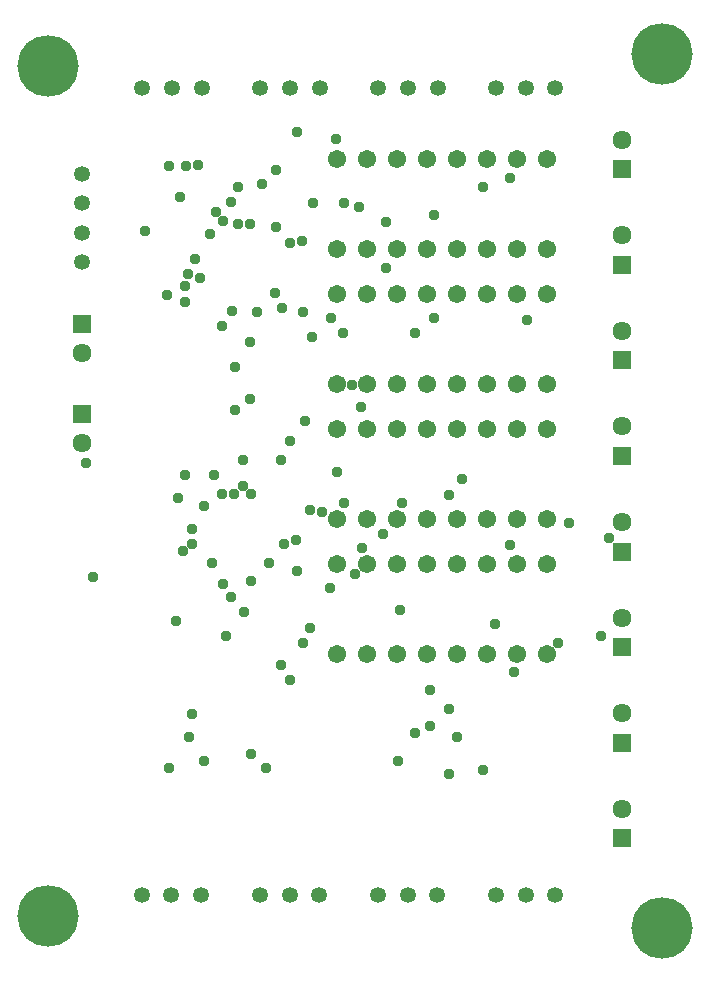
<source format=gbr>
G04 EAGLE Gerber RS-274X export*
G75*
%MOMM*%
%FSLAX34Y34*%
%LPD*%
%INSoldermask Bottom*%
%IPPOS*%
%AMOC8*
5,1,8,0,0,1.08239X$1,22.5*%
G01*
G04 Define Apertures*
%ADD10C,5.203200*%
%ADD11C,1.546600*%
%ADD12R,1.611200X1.611200*%
%ADD13C,1.611200*%
%ADD14C,1.351200*%
%ADD15C,0.959600*%
D10*
X60000Y790000D03*
X580000Y800000D03*
X60000Y70000D03*
X580000Y60000D03*
D11*
X304800Y292100D03*
X330200Y292100D03*
X355600Y292100D03*
X381000Y292100D03*
X406400Y292100D03*
X431800Y292100D03*
X457200Y292100D03*
X482600Y292100D03*
X482600Y368300D03*
X457200Y368300D03*
X431800Y368300D03*
X406400Y368300D03*
X381000Y368300D03*
X355600Y368300D03*
X330200Y368300D03*
X304800Y368300D03*
X304800Y635000D03*
X330200Y635000D03*
X355600Y635000D03*
X381000Y635000D03*
X406400Y635000D03*
X431800Y635000D03*
X457200Y635000D03*
X482600Y635000D03*
X482600Y711200D03*
X457200Y711200D03*
X431800Y711200D03*
X406400Y711200D03*
X381000Y711200D03*
X355600Y711200D03*
X330200Y711200D03*
X304800Y711200D03*
X304800Y520700D03*
X330200Y520700D03*
X355600Y520700D03*
X381000Y520700D03*
X406400Y520700D03*
X431800Y520700D03*
X457200Y520700D03*
X482600Y520700D03*
X482600Y596900D03*
X457200Y596900D03*
X431800Y596900D03*
X406400Y596900D03*
X381000Y596900D03*
X355600Y596900D03*
X330200Y596900D03*
X304800Y596900D03*
X304800Y406400D03*
X330200Y406400D03*
X355600Y406400D03*
X381000Y406400D03*
X406400Y406400D03*
X431800Y406400D03*
X457200Y406400D03*
X482600Y406400D03*
X482600Y482600D03*
X457200Y482600D03*
X431800Y482600D03*
X406400Y482600D03*
X381000Y482600D03*
X355600Y482600D03*
X330200Y482600D03*
X304800Y482600D03*
D12*
X546100Y702400D03*
D13*
X546100Y727400D03*
D12*
X546100Y621457D03*
D13*
X546100Y646457D03*
D12*
X546100Y540514D03*
D13*
X546100Y565514D03*
D12*
X546100Y459571D03*
D13*
X546100Y484571D03*
D12*
X546100Y378629D03*
D13*
X546100Y403629D03*
D12*
X546100Y297686D03*
D13*
X546100Y322686D03*
D12*
X546100Y216743D03*
D13*
X546100Y241743D03*
D12*
X546100Y135800D03*
D13*
X546100Y160800D03*
D14*
X190300Y771100D03*
X165300Y771100D03*
X140300Y771100D03*
X290200Y771100D03*
X265200Y771100D03*
X240200Y771100D03*
X390100Y771100D03*
X365100Y771100D03*
X340100Y771100D03*
X490000Y771100D03*
X465000Y771100D03*
X440000Y771100D03*
X139700Y88200D03*
X164700Y88200D03*
X189700Y88200D03*
X239800Y88200D03*
X264800Y88200D03*
X289800Y88200D03*
X339900Y88200D03*
X364900Y88200D03*
X389900Y88200D03*
X440000Y88200D03*
X465000Y88200D03*
X490000Y88200D03*
D12*
X88900Y495300D03*
D13*
X88900Y470300D03*
D14*
X88900Y698500D03*
X88900Y673500D03*
X88900Y648500D03*
X88900Y623500D03*
D12*
X88900Y571500D03*
D13*
X88900Y546500D03*
D15*
X178750Y613750D03*
X185000Y626250D03*
X182500Y385000D03*
X182500Y397500D03*
X187500Y706250D03*
X211250Y307500D03*
X192500Y201250D03*
X92500Y453750D03*
X142500Y650000D03*
X406250Y221250D03*
X182500Y241250D03*
X162500Y195000D03*
X492500Y301250D03*
X225000Y433750D03*
X225000Y456250D03*
X221250Y656250D03*
X221250Y687500D03*
X346250Y657500D03*
X387500Y663750D03*
X265000Y640000D03*
X275000Y641250D03*
X271250Y733750D03*
X253750Y653750D03*
X180000Y221250D03*
X387500Y576250D03*
X356250Y201250D03*
X232500Y353750D03*
X231250Y507500D03*
X326250Y381250D03*
X258750Y585000D03*
X283750Y560000D03*
X271250Y362500D03*
X276250Y581250D03*
X277500Y488750D03*
X247500Y368750D03*
X252500Y597500D03*
X285000Y673750D03*
X310000Y563750D03*
X188750Y610000D03*
X253750Y701250D03*
X451250Y695000D03*
X176250Y603750D03*
X172500Y678750D03*
X323750Y670000D03*
X208750Y658750D03*
X215000Y675000D03*
X311250Y673750D03*
X202500Y666250D03*
X241250Y690000D03*
X428750Y687500D03*
X216250Y582500D03*
X218750Y535000D03*
X231250Y656250D03*
X231250Y556250D03*
X300000Y576250D03*
X197500Y647500D03*
X207500Y570000D03*
X161250Y596250D03*
X162500Y705000D03*
X303750Y727500D03*
X176250Y590000D03*
X177500Y705000D03*
X371250Y563750D03*
X466250Y575000D03*
X232500Y207500D03*
X245000Y195000D03*
X428750Y193750D03*
X232500Y427500D03*
X226250Y327500D03*
X528750Y307500D03*
X438750Y317500D03*
X358750Y328750D03*
X501250Y402500D03*
X535000Y390000D03*
X360000Y420000D03*
X98750Y357500D03*
X343750Y393750D03*
X371250Y225000D03*
X260000Y385000D03*
X265000Y270000D03*
X383750Y261250D03*
X400000Y245000D03*
X292500Y412500D03*
X282500Y413750D03*
X311250Y420000D03*
X400000Y426250D03*
X320000Y360000D03*
X298750Y347500D03*
X175000Y378750D03*
X176250Y443750D03*
X276250Y301250D03*
X282500Y313750D03*
X451250Y383750D03*
X217500Y427500D03*
X218750Y498750D03*
X325000Y501250D03*
X207500Y427500D03*
X215000Y340000D03*
X170000Y423750D03*
X168750Y320000D03*
X455000Y276250D03*
X192500Y417500D03*
X257500Y282500D03*
X411250Y440000D03*
X208750Y351250D03*
X265000Y472500D03*
X198750Y368750D03*
X201250Y443750D03*
X305000Y446250D03*
X237500Y581250D03*
X383750Y231250D03*
X400000Y190000D03*
X346250Y618750D03*
X317500Y520000D03*
X270000Y388750D03*
X257500Y456250D03*
M02*

</source>
